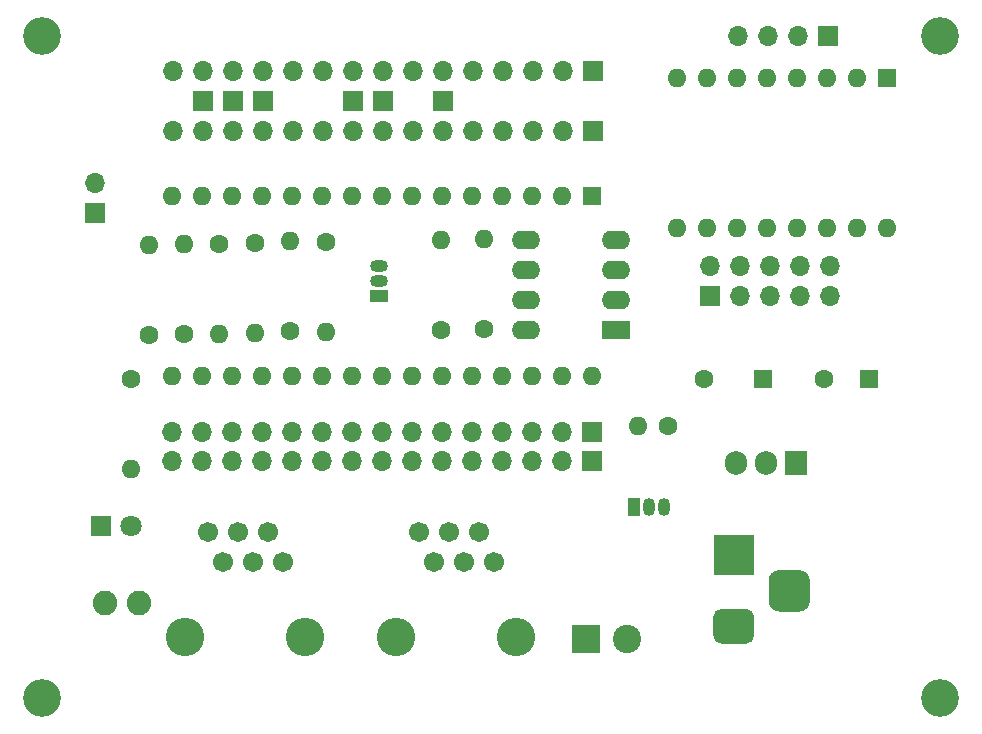
<source format=gts>
%TF.GenerationSoftware,KiCad,Pcbnew,(5.1.9)-1*%
%TF.CreationDate,2021-11-26T16:10:00-05:00*%
%TF.ProjectId,LN-Stepper_v1b,4c4e2d53-7465-4707-9065-725f7631622e,rev?*%
%TF.SameCoordinates,Original*%
%TF.FileFunction,Soldermask,Top*%
%TF.FilePolarity,Negative*%
%FSLAX46Y46*%
G04 Gerber Fmt 4.6, Leading zero omitted, Abs format (unit mm)*
G04 Created by KiCad (PCBNEW (5.1.9)-1) date 2021-11-26 16:10:00*
%MOMM*%
%LPD*%
G01*
G04 APERTURE LIST*
%ADD10O,1.500000X1.050000*%
%ADD11R,1.500000X1.050000*%
%ADD12C,3.200000*%
%ADD13R,3.500000X3.500000*%
%ADD14O,1.050000X1.500000*%
%ADD15R,1.050000X1.500000*%
%ADD16C,3.251200*%
%ADD17C,1.701800*%
%ADD18O,1.600000X1.600000*%
%ADD19C,1.600000*%
%ADD20R,1.600000X1.600000*%
%ADD21C,2.082800*%
%ADD22R,2.400000X1.600000*%
%ADD23O,2.400000X1.600000*%
%ADD24R,1.800000X1.800000*%
%ADD25C,1.800000*%
%ADD26O,1.700000X1.700000*%
%ADD27R,1.700000X1.700000*%
%ADD28R,1.905000X2.000000*%
%ADD29O,1.905000X2.000000*%
%ADD30R,2.400000X2.400000*%
%ADD31C,2.400000*%
G04 APERTURE END LIST*
D10*
X143500000Y-93730000D03*
X143500000Y-92460000D03*
D11*
X143500000Y-95000000D03*
D12*
X191000000Y-129000000D03*
G36*
G01*
X179115000Y-121710000D02*
X177365000Y-121710000D01*
G75*
G02*
X176490000Y-120835000I0J875000D01*
G01*
X176490000Y-119085000D01*
G75*
G02*
X177365000Y-118210000I875000J0D01*
G01*
X179115000Y-118210000D01*
G75*
G02*
X179990000Y-119085000I0J-875000D01*
G01*
X179990000Y-120835000D01*
G75*
G02*
X179115000Y-121710000I-875000J0D01*
G01*
G37*
G36*
G01*
X174540000Y-124460000D02*
X172540000Y-124460000D01*
G75*
G02*
X171790000Y-123710000I0J750000D01*
G01*
X171790000Y-122210000D01*
G75*
G02*
X172540000Y-121460000I750000J0D01*
G01*
X174540000Y-121460000D01*
G75*
G02*
X175290000Y-122210000I0J-750000D01*
G01*
X175290000Y-123710000D01*
G75*
G02*
X174540000Y-124460000I-750000J0D01*
G01*
G37*
D13*
X173540000Y-116960000D03*
D12*
X191000000Y-73000000D03*
X115000000Y-129000000D03*
X115000000Y-73000000D03*
D14*
X166370000Y-112880000D03*
X167640000Y-112880000D03*
D15*
X165100000Y-112880000D03*
D16*
X155111000Y-123843600D03*
X144951000Y-123843600D03*
D17*
X153206000Y-117493600D03*
X146856000Y-114953600D03*
X151936000Y-114953600D03*
X148126000Y-117493600D03*
X149396000Y-114953600D03*
X150666000Y-117493600D03*
D18*
X165460000Y-106000000D03*
D19*
X168000000Y-106000000D03*
D18*
X125980000Y-101740000D03*
X125980000Y-86500000D03*
X161540000Y-101740000D03*
X128520000Y-86500000D03*
X159000000Y-101740000D03*
X131060000Y-86500000D03*
X156460000Y-101740000D03*
X133600000Y-86500000D03*
X153920000Y-101740000D03*
X136140000Y-86500000D03*
X151380000Y-101740000D03*
X138680000Y-86500000D03*
X148840000Y-101740000D03*
X141220000Y-86500000D03*
X146300000Y-101740000D03*
X143760000Y-86500000D03*
X143760000Y-101740000D03*
X146300000Y-86500000D03*
X141220000Y-101740000D03*
X148840000Y-86500000D03*
X138680000Y-101740000D03*
X151380000Y-86500000D03*
X136140000Y-101740000D03*
X153920000Y-86500000D03*
X133600000Y-101740000D03*
X156460000Y-86500000D03*
X131060000Y-101740000D03*
X159000000Y-86500000D03*
X128520000Y-101740000D03*
D20*
X161540000Y-86500000D03*
D16*
X137260000Y-123840000D03*
X127100000Y-123840000D03*
D17*
X135355000Y-117490000D03*
X129005000Y-114950000D03*
X134085000Y-114950000D03*
X130275000Y-117490000D03*
X131545000Y-114950000D03*
X132815000Y-117490000D03*
D21*
X120322200Y-121000000D03*
X123217800Y-121000000D03*
D22*
X163560000Y-97883200D03*
D23*
X155940000Y-90263200D03*
X163560000Y-95343200D03*
X155940000Y-92803200D03*
X163560000Y-92803200D03*
X155940000Y-95343200D03*
X163560000Y-90263200D03*
X155940000Y-97883200D03*
D24*
X120000000Y-114500000D03*
D25*
X122540000Y-114500000D03*
D26*
X125940000Y-109000000D03*
X128480000Y-109000000D03*
X131020000Y-109000000D03*
X133560000Y-109000000D03*
X136100000Y-109000000D03*
X138640000Y-109000000D03*
X141180000Y-109000000D03*
X143720000Y-109000000D03*
X146260000Y-109000000D03*
X148800000Y-109000000D03*
X151340000Y-109000000D03*
X153880000Y-109000000D03*
X156420000Y-109000000D03*
X158960000Y-109000000D03*
D27*
X161500000Y-109000000D03*
D26*
X125940000Y-106500000D03*
X128480000Y-106500000D03*
X131020000Y-106500000D03*
X133560000Y-106500000D03*
X136100000Y-106500000D03*
X138640000Y-106500000D03*
X141180000Y-106500000D03*
X143720000Y-106500000D03*
X146260000Y-106500000D03*
X148800000Y-106500000D03*
X151340000Y-106500000D03*
X153880000Y-106500000D03*
X156420000Y-106500000D03*
X158960000Y-106500000D03*
D27*
X161500000Y-106500000D03*
X161601600Y-81000000D03*
D26*
X159061600Y-81000000D03*
X156521600Y-81000000D03*
X153981600Y-81000000D03*
X151441600Y-81000000D03*
X148901600Y-81000000D03*
X146361600Y-81000000D03*
X143821600Y-81000000D03*
X141281600Y-81000000D03*
X138741600Y-81000000D03*
X136201600Y-81000000D03*
X133661600Y-81000000D03*
X131121600Y-81000000D03*
X128581600Y-81000000D03*
X126041600Y-81000000D03*
D27*
X161601600Y-75988400D03*
D26*
X159061600Y-75988400D03*
X156521600Y-75988400D03*
X153981600Y-75988400D03*
X151441600Y-75988400D03*
X148901600Y-75988400D03*
X146361600Y-75988400D03*
X143821600Y-75988400D03*
X141281600Y-75988400D03*
X138741600Y-75988400D03*
X136201600Y-75988400D03*
X133661600Y-75988400D03*
X131121600Y-75988400D03*
X128581600Y-75988400D03*
X126041600Y-75988400D03*
D27*
X141296000Y-78477600D03*
X133676000Y-78477600D03*
X131136000Y-78500000D03*
X128596000Y-78503000D03*
X143810600Y-78477600D03*
X148916000Y-78500000D03*
D18*
X136000000Y-90380000D03*
D19*
X136000000Y-98000000D03*
X130000000Y-90568000D03*
D18*
X130000000Y-98188000D03*
X148789000Y-90237800D03*
D19*
X148789000Y-97857800D03*
X133000000Y-90500000D03*
D18*
X133000000Y-98120000D03*
D19*
X124000000Y-98270000D03*
D18*
X124000000Y-90650000D03*
D19*
X139000000Y-90466400D03*
D18*
X139000000Y-98086400D03*
X127000000Y-90610000D03*
D19*
X127000000Y-98230000D03*
X122500000Y-102000000D03*
D18*
X122500000Y-109620000D03*
D20*
X186500000Y-76500000D03*
D18*
X168720000Y-89200000D03*
X183960000Y-76500000D03*
X171260000Y-89200000D03*
X181420000Y-76500000D03*
X173800000Y-89200000D03*
X178880000Y-76500000D03*
X176340000Y-89200000D03*
X176340000Y-76500000D03*
X178880000Y-89200000D03*
X173800000Y-76500000D03*
X181420000Y-89200000D03*
X171260000Y-76500000D03*
X183960000Y-89200000D03*
X168720000Y-76500000D03*
X186500000Y-89200000D03*
D20*
X185000000Y-102000000D03*
D19*
X181200000Y-102000000D03*
D20*
X176000000Y-102000000D03*
D19*
X171000000Y-102000000D03*
D27*
X181500000Y-73000000D03*
D26*
X178960000Y-73000000D03*
X176420000Y-73000000D03*
X173880000Y-73000000D03*
D28*
X178800000Y-109140000D03*
D29*
X176260000Y-109140000D03*
X173720000Y-109140000D03*
D30*
X161000000Y-124000000D03*
D31*
X164500000Y-124000000D03*
D27*
X119500000Y-88000000D03*
D26*
X119500000Y-85460000D03*
D27*
X171500000Y-95000000D03*
D26*
X171500000Y-92460000D03*
X174040000Y-95000000D03*
X174040000Y-92460000D03*
X176580000Y-95000000D03*
X176580000Y-92460000D03*
X179120000Y-95000000D03*
X179120000Y-92460000D03*
X181660000Y-95000000D03*
X181660000Y-92460000D03*
D19*
X152390000Y-97780000D03*
D18*
X152390000Y-90160000D03*
M02*

</source>
